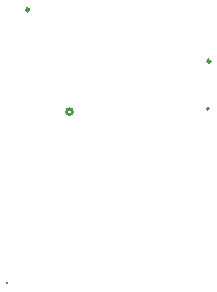
<source format=gto>
G04*
G04 #@! TF.GenerationSoftware,Altium Limited,Altium Designer,24.8.2 (39)*
G04*
G04 Layer_Color=65535*
%FSLAX44Y44*%
%MOMM*%
G71*
G04*
G04 #@! TF.SameCoordinates,B24E7647-DC98-4454-BF0C-B73D814473A7*
G04*
G04*
G04 #@! TF.FilePolarity,Positive*
G04*
G01*
G75*
%ADD10C,0.1000*%
%ADD11C,0.2500*%
%ADD12C,0.2000*%
%ADD13C,0.2540*%
D10*
X858000Y717270D02*
G03*
X858000Y717270I-500J0D01*
G01*
D11*
X888200Y730500D02*
G03*
X888200Y730500I-1250J0D01*
G01*
X734500Y774050D02*
G03*
X734500Y774050I-1250J0D01*
G01*
D12*
X886950Y690400D02*
G03*
X886950Y690400I-1000J0D01*
G01*
X716000Y543000D02*
G03*
X716000Y542000I0J-500D01*
G01*
D02*
G03*
X716000Y543000I0J500D01*
G01*
D02*
G03*
X716000Y542000I0J-500D01*
G01*
D13*
X771460Y687720D02*
G03*
X771460Y687720I-2500J0D01*
G01*
M02*

</source>
